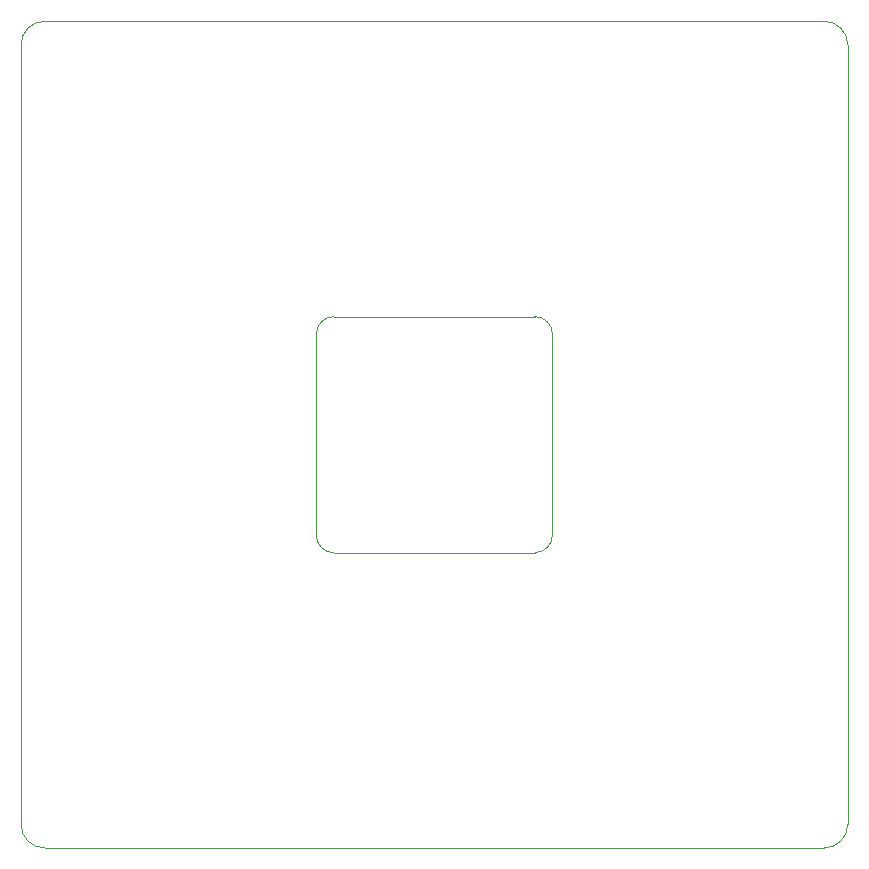
<source format=gbr>
%TF.GenerationSoftware,KiCad,Pcbnew,8.99.0-2176-gc19aa8170b*%
%TF.CreationDate,2024-08-30T17:00:00-04:00*%
%TF.ProjectId,scampi_jig,7363616d-7069-45f6-9a69-672e6b696361,rev?*%
%TF.SameCoordinates,Original*%
%TF.FileFunction,Profile,NP*%
%FSLAX46Y46*%
G04 Gerber Fmt 4.6, Leading zero omitted, Abs format (unit mm)*
G04 Created by KiCad (PCBNEW 8.99.0-2176-gc19aa8170b) date 2024-08-30 17:00:00*
%MOMM*%
%LPD*%
G01*
G04 APERTURE LIST*
%TA.AperFunction,Profile*%
%ADD10C,0.050000*%
%TD*%
G04 APERTURE END LIST*
D10*
X183000000Y-128000000D02*
G75*
G02*
X181000000Y-130000000I-2000000J0D01*
G01*
X181000000Y-60000000D02*
G75*
G02*
X183000000Y-62000000I0J-2000000D01*
G01*
X115000000Y-130000000D02*
G75*
G02*
X113000000Y-128000000I0J2000000D01*
G01*
X113000000Y-62000000D02*
G75*
G02*
X115000000Y-60000000I2000000J0D01*
G01*
X113000000Y-62000000D02*
X113000000Y-128000000D01*
X181000000Y-60000000D02*
X115000000Y-60000000D01*
X183000000Y-128000000D02*
X183000000Y-62000000D01*
X115000000Y-130000000D02*
X181000000Y-130000000D01*
X156500000Y-85000000D02*
X139500000Y-85000000D01*
X158000000Y-103500000D02*
G75*
G02*
X156500000Y-105000000I-1500000J0D01*
G01*
X138000000Y-86500000D02*
G75*
G02*
X139500000Y-85000000I1500000J0D01*
G01*
X156500000Y-85000000D02*
G75*
G02*
X158000000Y-86500000I0J-1500000D01*
G01*
X139500000Y-105000000D02*
X156500000Y-105000000D01*
X138000000Y-86500000D02*
X138000000Y-103500000D01*
X139500000Y-105000000D02*
G75*
G02*
X138000000Y-103500000I0J1500000D01*
G01*
X158000000Y-103500000D02*
X158000000Y-86500000D01*
M02*

</source>
